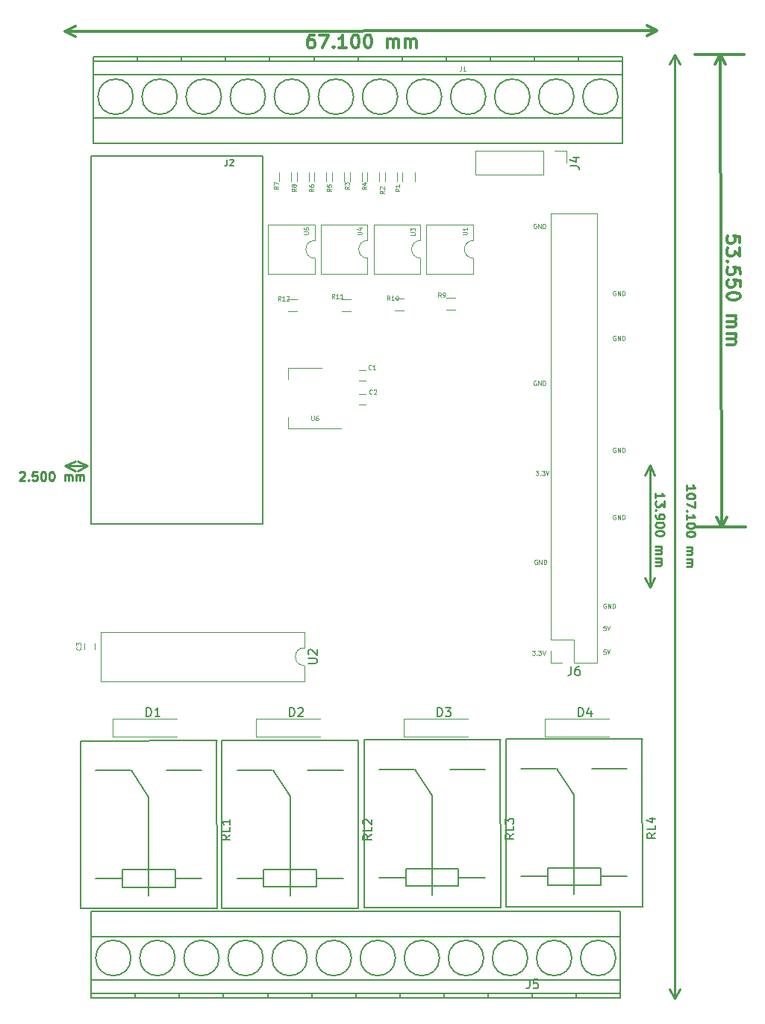
<source format=gbr>
G04 #@! TF.FileFunction,Legend,Top*
%FSLAX46Y46*%
G04 Gerber Fmt 4.6, Leading zero omitted, Abs format (unit mm)*
G04 Created by KiCad (PCBNEW 4.0.6-e0-6349~53~ubuntu16.04.1) date Tue Jul  4 14:55:03 2017*
%MOMM*%
%LPD*%
G01*
G04 APERTURE LIST*
%ADD10C,0.100000*%
%ADD11C,0.300000*%
%ADD12C,0.250000*%
%ADD13C,0.150000*%
%ADD14C,0.120000*%
G04 APERTURE END LIST*
D10*
D11*
X225332325Y-42457255D02*
X225330326Y-41742972D01*
X224615843Y-41673542D01*
X224687471Y-41744771D01*
X224759299Y-41887428D01*
X224760299Y-42244569D01*
X224689270Y-42387626D01*
X224618042Y-42459254D01*
X224475385Y-42531082D01*
X224118244Y-42532081D01*
X223975187Y-42461053D01*
X223903559Y-42389825D01*
X223831731Y-42247168D01*
X223830732Y-41890026D01*
X223901760Y-41746970D01*
X223972988Y-41675342D01*
X225333924Y-43028681D02*
X225336523Y-43957249D01*
X224763697Y-43458850D01*
X224764296Y-43673135D01*
X224693267Y-43816191D01*
X224622040Y-43887820D01*
X224479383Y-43959647D01*
X224122241Y-43960647D01*
X223979185Y-43889619D01*
X223907557Y-43818390D01*
X223835729Y-43675733D01*
X223834530Y-43247163D01*
X223905558Y-43104107D01*
X223976786Y-43032479D01*
X223981184Y-44603901D02*
X223909955Y-44675529D01*
X223838328Y-44604301D01*
X223909555Y-44532672D01*
X223981184Y-44603901D01*
X223838328Y-44604301D01*
X225342320Y-46028670D02*
X225340321Y-45314386D01*
X224625838Y-45244957D01*
X224697465Y-45316185D01*
X224769294Y-45458842D01*
X224770293Y-45815983D01*
X224699264Y-45959040D01*
X224628036Y-46030668D01*
X224485380Y-46102496D01*
X224128238Y-46103495D01*
X223985182Y-46032467D01*
X223913553Y-45961239D01*
X223841726Y-45818582D01*
X223840726Y-45461440D01*
X223911754Y-45318384D01*
X223982983Y-45246756D01*
X225346317Y-47457235D02*
X225344319Y-46742952D01*
X224629835Y-46673522D01*
X224701463Y-46744751D01*
X224773292Y-46887407D01*
X224774291Y-47244549D01*
X224703262Y-47387605D01*
X224632034Y-47459234D01*
X224489378Y-47531061D01*
X224132236Y-47532061D01*
X223989180Y-47461033D01*
X223917551Y-47389804D01*
X223845724Y-47247147D01*
X223844724Y-46890006D01*
X223915752Y-46746950D01*
X223986981Y-46675321D01*
X225349116Y-48457230D02*
X225349516Y-48600086D01*
X225278487Y-48743143D01*
X225207258Y-48814771D01*
X225064601Y-48886600D01*
X224779088Y-48958827D01*
X224421947Y-48959827D01*
X224136034Y-48889198D01*
X223992978Y-48818170D01*
X223921349Y-48746941D01*
X223849522Y-48604284D01*
X223849122Y-48461428D01*
X223920150Y-48318371D01*
X223991379Y-48246743D01*
X224134035Y-48174915D01*
X224419548Y-48102687D01*
X224776690Y-48101688D01*
X225062602Y-48172317D01*
X225205659Y-48243345D01*
X225277287Y-48314573D01*
X225349116Y-48457230D01*
X223855518Y-50747133D02*
X224855514Y-50744334D01*
X224712657Y-50744734D02*
X224784286Y-50815962D01*
X224856114Y-50958619D01*
X224856714Y-51172904D01*
X224785685Y-51315960D01*
X224643028Y-51387788D01*
X223857317Y-51389987D01*
X224643028Y-51387788D02*
X224786085Y-51458817D01*
X224857913Y-51601474D01*
X224858513Y-51815758D01*
X224787484Y-51958815D01*
X224644827Y-52030643D01*
X223859116Y-52032842D01*
X223861115Y-52747125D02*
X224861111Y-52744326D01*
X224718254Y-52744726D02*
X224789883Y-52815954D01*
X224861711Y-52958612D01*
X224862311Y-53172896D01*
X224791282Y-53315952D01*
X224648625Y-53387781D01*
X223862914Y-53389979D01*
X224648625Y-53387781D02*
X224791682Y-53458810D01*
X224863510Y-53601466D01*
X224864110Y-53815750D01*
X224793081Y-53958808D01*
X224650424Y-54030635D01*
X223864713Y-54032834D01*
X223101097Y-21091881D02*
X223251097Y-74691881D01*
X220200000Y-21100000D02*
X225801086Y-21084325D01*
X220350000Y-74700000D02*
X225951086Y-74684325D01*
X223251097Y-74691881D02*
X222661526Y-73567023D01*
X223251097Y-74691881D02*
X223834363Y-73563741D01*
X223101097Y-21091881D02*
X222517831Y-22220021D01*
X223101097Y-21091881D02*
X223690668Y-22216739D01*
D12*
X215747619Y-71428572D02*
X215747619Y-70857143D01*
X215747619Y-71142857D02*
X216747619Y-71142857D01*
X216604762Y-71047619D01*
X216509524Y-70952381D01*
X216461905Y-70857143D01*
X216747619Y-71761905D02*
X216747619Y-72380953D01*
X216366667Y-72047619D01*
X216366667Y-72190477D01*
X216319048Y-72285715D01*
X216271429Y-72333334D01*
X216176190Y-72380953D01*
X215938095Y-72380953D01*
X215842857Y-72333334D01*
X215795238Y-72285715D01*
X215747619Y-72190477D01*
X215747619Y-71904762D01*
X215795238Y-71809524D01*
X215842857Y-71761905D01*
X215842857Y-72809524D02*
X215795238Y-72857143D01*
X215747619Y-72809524D01*
X215795238Y-72761905D01*
X215842857Y-72809524D01*
X215747619Y-72809524D01*
X215747619Y-73333333D02*
X215747619Y-73523809D01*
X215795238Y-73619048D01*
X215842857Y-73666667D01*
X215985714Y-73761905D01*
X216176190Y-73809524D01*
X216557143Y-73809524D01*
X216652381Y-73761905D01*
X216700000Y-73714286D01*
X216747619Y-73619048D01*
X216747619Y-73428571D01*
X216700000Y-73333333D01*
X216652381Y-73285714D01*
X216557143Y-73238095D01*
X216319048Y-73238095D01*
X216223810Y-73285714D01*
X216176190Y-73333333D01*
X216128571Y-73428571D01*
X216128571Y-73619048D01*
X216176190Y-73714286D01*
X216223810Y-73761905D01*
X216319048Y-73809524D01*
X216747619Y-74428571D02*
X216747619Y-74523810D01*
X216700000Y-74619048D01*
X216652381Y-74666667D01*
X216557143Y-74714286D01*
X216366667Y-74761905D01*
X216128571Y-74761905D01*
X215938095Y-74714286D01*
X215842857Y-74666667D01*
X215795238Y-74619048D01*
X215747619Y-74523810D01*
X215747619Y-74428571D01*
X215795238Y-74333333D01*
X215842857Y-74285714D01*
X215938095Y-74238095D01*
X216128571Y-74190476D01*
X216366667Y-74190476D01*
X216557143Y-74238095D01*
X216652381Y-74285714D01*
X216700000Y-74333333D01*
X216747619Y-74428571D01*
X216747619Y-75380952D02*
X216747619Y-75476191D01*
X216700000Y-75571429D01*
X216652381Y-75619048D01*
X216557143Y-75666667D01*
X216366667Y-75714286D01*
X216128571Y-75714286D01*
X215938095Y-75666667D01*
X215842857Y-75619048D01*
X215795238Y-75571429D01*
X215747619Y-75476191D01*
X215747619Y-75380952D01*
X215795238Y-75285714D01*
X215842857Y-75238095D01*
X215938095Y-75190476D01*
X216128571Y-75142857D01*
X216366667Y-75142857D01*
X216557143Y-75190476D01*
X216652381Y-75238095D01*
X216700000Y-75285714D01*
X216747619Y-75380952D01*
X215747619Y-76904762D02*
X216414286Y-76904762D01*
X216319048Y-76904762D02*
X216366667Y-76952381D01*
X216414286Y-77047619D01*
X216414286Y-77190477D01*
X216366667Y-77285715D01*
X216271429Y-77333334D01*
X215747619Y-77333334D01*
X216271429Y-77333334D02*
X216366667Y-77380953D01*
X216414286Y-77476191D01*
X216414286Y-77619048D01*
X216366667Y-77714286D01*
X216271429Y-77761905D01*
X215747619Y-77761905D01*
X215747619Y-78238095D02*
X216414286Y-78238095D01*
X216319048Y-78238095D02*
X216366667Y-78285714D01*
X216414286Y-78380952D01*
X216414286Y-78523810D01*
X216366667Y-78619048D01*
X216271429Y-78666667D01*
X215747619Y-78666667D01*
X216271429Y-78666667D02*
X216366667Y-78714286D01*
X216414286Y-78809524D01*
X216414286Y-78952381D01*
X216366667Y-79047619D01*
X216271429Y-79095238D01*
X215747619Y-79095238D01*
X215100000Y-67700000D02*
X215100000Y-81600000D01*
X215100000Y-67700000D02*
X215100000Y-67700000D01*
X215100000Y-81600000D02*
X215100000Y-81600000D01*
X215100000Y-81600000D02*
X214513579Y-80473496D01*
X215100000Y-81600000D02*
X215686421Y-80473496D01*
X215100000Y-67700000D02*
X214513579Y-68826504D01*
X215100000Y-67700000D02*
X215686421Y-68826504D01*
X143633334Y-68547619D02*
X143680953Y-68500000D01*
X143776191Y-68452381D01*
X144014287Y-68452381D01*
X144109525Y-68500000D01*
X144157144Y-68547619D01*
X144204763Y-68642857D01*
X144204763Y-68738095D01*
X144157144Y-68880952D01*
X143585715Y-69452381D01*
X144204763Y-69452381D01*
X144633334Y-69357143D02*
X144680953Y-69404762D01*
X144633334Y-69452381D01*
X144585715Y-69404762D01*
X144633334Y-69357143D01*
X144633334Y-69452381D01*
X145585715Y-68452381D02*
X145109524Y-68452381D01*
X145061905Y-68928571D01*
X145109524Y-68880952D01*
X145204762Y-68833333D01*
X145442858Y-68833333D01*
X145538096Y-68880952D01*
X145585715Y-68928571D01*
X145633334Y-69023810D01*
X145633334Y-69261905D01*
X145585715Y-69357143D01*
X145538096Y-69404762D01*
X145442858Y-69452381D01*
X145204762Y-69452381D01*
X145109524Y-69404762D01*
X145061905Y-69357143D01*
X146252381Y-68452381D02*
X146347620Y-68452381D01*
X146442858Y-68500000D01*
X146490477Y-68547619D01*
X146538096Y-68642857D01*
X146585715Y-68833333D01*
X146585715Y-69071429D01*
X146538096Y-69261905D01*
X146490477Y-69357143D01*
X146442858Y-69404762D01*
X146347620Y-69452381D01*
X146252381Y-69452381D01*
X146157143Y-69404762D01*
X146109524Y-69357143D01*
X146061905Y-69261905D01*
X146014286Y-69071429D01*
X146014286Y-68833333D01*
X146061905Y-68642857D01*
X146109524Y-68547619D01*
X146157143Y-68500000D01*
X146252381Y-68452381D01*
X147204762Y-68452381D02*
X147300001Y-68452381D01*
X147395239Y-68500000D01*
X147442858Y-68547619D01*
X147490477Y-68642857D01*
X147538096Y-68833333D01*
X147538096Y-69071429D01*
X147490477Y-69261905D01*
X147442858Y-69357143D01*
X147395239Y-69404762D01*
X147300001Y-69452381D01*
X147204762Y-69452381D01*
X147109524Y-69404762D01*
X147061905Y-69357143D01*
X147014286Y-69261905D01*
X146966667Y-69071429D01*
X146966667Y-68833333D01*
X147014286Y-68642857D01*
X147061905Y-68547619D01*
X147109524Y-68500000D01*
X147204762Y-68452381D01*
X148728572Y-69452381D02*
X148728572Y-68785714D01*
X148728572Y-68880952D02*
X148776191Y-68833333D01*
X148871429Y-68785714D01*
X149014287Y-68785714D01*
X149109525Y-68833333D01*
X149157144Y-68928571D01*
X149157144Y-69452381D01*
X149157144Y-68928571D02*
X149204763Y-68833333D01*
X149300001Y-68785714D01*
X149442858Y-68785714D01*
X149538096Y-68833333D01*
X149585715Y-68928571D01*
X149585715Y-69452381D01*
X150061905Y-69452381D02*
X150061905Y-68785714D01*
X150061905Y-68880952D02*
X150109524Y-68833333D01*
X150204762Y-68785714D01*
X150347620Y-68785714D01*
X150442858Y-68833333D01*
X150490477Y-68928571D01*
X150490477Y-69452381D01*
X150490477Y-68928571D02*
X150538096Y-68833333D01*
X150633334Y-68785714D01*
X150776191Y-68785714D01*
X150871429Y-68833333D01*
X150919048Y-68928571D01*
X150919048Y-69452381D01*
X151300000Y-67800000D02*
X148800000Y-67800000D01*
X151300000Y-67800000D02*
X151300000Y-67800000D01*
X148800000Y-67800000D02*
X148800000Y-67800000D01*
X148800000Y-67800000D02*
X149926504Y-67213579D01*
X148800000Y-67800000D02*
X149926504Y-68386421D01*
X151300000Y-67800000D02*
X150173496Y-67213579D01*
X151300000Y-67800000D02*
X150173496Y-68386421D01*
D10*
X202219047Y-40350000D02*
X202171428Y-40326190D01*
X202100000Y-40326190D01*
X202028571Y-40350000D01*
X201980952Y-40397619D01*
X201957143Y-40445238D01*
X201933333Y-40540476D01*
X201933333Y-40611905D01*
X201957143Y-40707143D01*
X201980952Y-40754762D01*
X202028571Y-40802381D01*
X202100000Y-40826190D01*
X202147619Y-40826190D01*
X202219047Y-40802381D01*
X202242857Y-40778571D01*
X202242857Y-40611905D01*
X202147619Y-40611905D01*
X202457143Y-40826190D02*
X202457143Y-40326190D01*
X202742857Y-40826190D01*
X202742857Y-40326190D01*
X202980953Y-40826190D02*
X202980953Y-40326190D01*
X203100000Y-40326190D01*
X203171429Y-40350000D01*
X203219048Y-40397619D01*
X203242857Y-40445238D01*
X203266667Y-40540476D01*
X203266667Y-40611905D01*
X203242857Y-40707143D01*
X203219048Y-40754762D01*
X203171429Y-40802381D01*
X203100000Y-40826190D01*
X202980953Y-40826190D01*
X202219047Y-58150000D02*
X202171428Y-58126190D01*
X202100000Y-58126190D01*
X202028571Y-58150000D01*
X201980952Y-58197619D01*
X201957143Y-58245238D01*
X201933333Y-58340476D01*
X201933333Y-58411905D01*
X201957143Y-58507143D01*
X201980952Y-58554762D01*
X202028571Y-58602381D01*
X202100000Y-58626190D01*
X202147619Y-58626190D01*
X202219047Y-58602381D01*
X202242857Y-58578571D01*
X202242857Y-58411905D01*
X202147619Y-58411905D01*
X202457143Y-58626190D02*
X202457143Y-58126190D01*
X202742857Y-58626190D01*
X202742857Y-58126190D01*
X202980953Y-58626190D02*
X202980953Y-58126190D01*
X203100000Y-58126190D01*
X203171429Y-58150000D01*
X203219048Y-58197619D01*
X203242857Y-58245238D01*
X203266667Y-58340476D01*
X203266667Y-58411905D01*
X203242857Y-58507143D01*
X203219048Y-58554762D01*
X203171429Y-58602381D01*
X203100000Y-58626190D01*
X202980953Y-58626190D01*
X202161906Y-68326190D02*
X202471429Y-68326190D01*
X202304763Y-68516667D01*
X202376191Y-68516667D01*
X202423810Y-68540476D01*
X202447620Y-68564286D01*
X202471429Y-68611905D01*
X202471429Y-68730952D01*
X202447620Y-68778571D01*
X202423810Y-68802381D01*
X202376191Y-68826190D01*
X202233334Y-68826190D01*
X202185715Y-68802381D01*
X202161906Y-68778571D01*
X202685715Y-68778571D02*
X202709524Y-68802381D01*
X202685715Y-68826190D01*
X202661905Y-68802381D01*
X202685715Y-68778571D01*
X202685715Y-68826190D01*
X202876191Y-68326190D02*
X203185714Y-68326190D01*
X203019048Y-68516667D01*
X203090476Y-68516667D01*
X203138095Y-68540476D01*
X203161905Y-68564286D01*
X203185714Y-68611905D01*
X203185714Y-68730952D01*
X203161905Y-68778571D01*
X203138095Y-68802381D01*
X203090476Y-68826190D01*
X202947619Y-68826190D01*
X202900000Y-68802381D01*
X202876191Y-68778571D01*
X203328571Y-68326190D02*
X203495238Y-68826190D01*
X203661904Y-68326190D01*
X202319047Y-78450000D02*
X202271428Y-78426190D01*
X202200000Y-78426190D01*
X202128571Y-78450000D01*
X202080952Y-78497619D01*
X202057143Y-78545238D01*
X202033333Y-78640476D01*
X202033333Y-78711905D01*
X202057143Y-78807143D01*
X202080952Y-78854762D01*
X202128571Y-78902381D01*
X202200000Y-78926190D01*
X202247619Y-78926190D01*
X202319047Y-78902381D01*
X202342857Y-78878571D01*
X202342857Y-78711905D01*
X202247619Y-78711905D01*
X202557143Y-78926190D02*
X202557143Y-78426190D01*
X202842857Y-78926190D01*
X202842857Y-78426190D01*
X203080953Y-78926190D02*
X203080953Y-78426190D01*
X203200000Y-78426190D01*
X203271429Y-78450000D01*
X203319048Y-78497619D01*
X203342857Y-78545238D01*
X203366667Y-78640476D01*
X203366667Y-78711905D01*
X203342857Y-78807143D01*
X203319048Y-78854762D01*
X203271429Y-78902381D01*
X203200000Y-78926190D01*
X203080953Y-78926190D01*
X211219047Y-53050000D02*
X211171428Y-53026190D01*
X211100000Y-53026190D01*
X211028571Y-53050000D01*
X210980952Y-53097619D01*
X210957143Y-53145238D01*
X210933333Y-53240476D01*
X210933333Y-53311905D01*
X210957143Y-53407143D01*
X210980952Y-53454762D01*
X211028571Y-53502381D01*
X211100000Y-53526190D01*
X211147619Y-53526190D01*
X211219047Y-53502381D01*
X211242857Y-53478571D01*
X211242857Y-53311905D01*
X211147619Y-53311905D01*
X211457143Y-53526190D02*
X211457143Y-53026190D01*
X211742857Y-53526190D01*
X211742857Y-53026190D01*
X211980953Y-53526190D02*
X211980953Y-53026190D01*
X212100000Y-53026190D01*
X212171429Y-53050000D01*
X212219048Y-53097619D01*
X212242857Y-53145238D01*
X212266667Y-53240476D01*
X212266667Y-53311905D01*
X212242857Y-53407143D01*
X212219048Y-53454762D01*
X212171429Y-53502381D01*
X212100000Y-53526190D01*
X211980953Y-53526190D01*
X211219047Y-65750000D02*
X211171428Y-65726190D01*
X211100000Y-65726190D01*
X211028571Y-65750000D01*
X210980952Y-65797619D01*
X210957143Y-65845238D01*
X210933333Y-65940476D01*
X210933333Y-66011905D01*
X210957143Y-66107143D01*
X210980952Y-66154762D01*
X211028571Y-66202381D01*
X211100000Y-66226190D01*
X211147619Y-66226190D01*
X211219047Y-66202381D01*
X211242857Y-66178571D01*
X211242857Y-66011905D01*
X211147619Y-66011905D01*
X211457143Y-66226190D02*
X211457143Y-65726190D01*
X211742857Y-66226190D01*
X211742857Y-65726190D01*
X211980953Y-66226190D02*
X211980953Y-65726190D01*
X212100000Y-65726190D01*
X212171429Y-65750000D01*
X212219048Y-65797619D01*
X212242857Y-65845238D01*
X212266667Y-65940476D01*
X212266667Y-66011905D01*
X212242857Y-66107143D01*
X212219048Y-66154762D01*
X212171429Y-66202381D01*
X212100000Y-66226190D01*
X211980953Y-66226190D01*
X211219047Y-47950000D02*
X211171428Y-47926190D01*
X211100000Y-47926190D01*
X211028571Y-47950000D01*
X210980952Y-47997619D01*
X210957143Y-48045238D01*
X210933333Y-48140476D01*
X210933333Y-48211905D01*
X210957143Y-48307143D01*
X210980952Y-48354762D01*
X211028571Y-48402381D01*
X211100000Y-48426190D01*
X211147619Y-48426190D01*
X211219047Y-48402381D01*
X211242857Y-48378571D01*
X211242857Y-48211905D01*
X211147619Y-48211905D01*
X211457143Y-48426190D02*
X211457143Y-47926190D01*
X211742857Y-48426190D01*
X211742857Y-47926190D01*
X211980953Y-48426190D02*
X211980953Y-47926190D01*
X212100000Y-47926190D01*
X212171429Y-47950000D01*
X212219048Y-47997619D01*
X212242857Y-48045238D01*
X212266667Y-48140476D01*
X212266667Y-48211905D01*
X212242857Y-48307143D01*
X212219048Y-48354762D01*
X212171429Y-48402381D01*
X212100000Y-48426190D01*
X211980953Y-48426190D01*
X211219047Y-73350000D02*
X211171428Y-73326190D01*
X211100000Y-73326190D01*
X211028571Y-73350000D01*
X210980952Y-73397619D01*
X210957143Y-73445238D01*
X210933333Y-73540476D01*
X210933333Y-73611905D01*
X210957143Y-73707143D01*
X210980952Y-73754762D01*
X211028571Y-73802381D01*
X211100000Y-73826190D01*
X211147619Y-73826190D01*
X211219047Y-73802381D01*
X211242857Y-73778571D01*
X211242857Y-73611905D01*
X211147619Y-73611905D01*
X211457143Y-73826190D02*
X211457143Y-73326190D01*
X211742857Y-73826190D01*
X211742857Y-73326190D01*
X211980953Y-73826190D02*
X211980953Y-73326190D01*
X212100000Y-73326190D01*
X212171429Y-73350000D01*
X212219048Y-73397619D01*
X212242857Y-73445238D01*
X212266667Y-73540476D01*
X212266667Y-73611905D01*
X212242857Y-73707143D01*
X212219048Y-73754762D01*
X212171429Y-73802381D01*
X212100000Y-73826190D01*
X211980953Y-73826190D01*
X210119047Y-83425000D02*
X210071428Y-83401190D01*
X210000000Y-83401190D01*
X209928571Y-83425000D01*
X209880952Y-83472619D01*
X209857143Y-83520238D01*
X209833333Y-83615476D01*
X209833333Y-83686905D01*
X209857143Y-83782143D01*
X209880952Y-83829762D01*
X209928571Y-83877381D01*
X210000000Y-83901190D01*
X210047619Y-83901190D01*
X210119047Y-83877381D01*
X210142857Y-83853571D01*
X210142857Y-83686905D01*
X210047619Y-83686905D01*
X210357143Y-83901190D02*
X210357143Y-83401190D01*
X210642857Y-83901190D01*
X210642857Y-83401190D01*
X210880953Y-83901190D02*
X210880953Y-83401190D01*
X211000000Y-83401190D01*
X211071429Y-83425000D01*
X211119048Y-83472619D01*
X211142857Y-83520238D01*
X211166667Y-83615476D01*
X211166667Y-83686905D01*
X211142857Y-83782143D01*
X211119048Y-83829762D01*
X211071429Y-83877381D01*
X211000000Y-83901190D01*
X210880953Y-83901190D01*
X210104763Y-85926190D02*
X209866668Y-85926190D01*
X209842858Y-86164286D01*
X209866668Y-86140476D01*
X209914287Y-86116667D01*
X210033334Y-86116667D01*
X210080953Y-86140476D01*
X210104763Y-86164286D01*
X210128572Y-86211905D01*
X210128572Y-86330952D01*
X210104763Y-86378571D01*
X210080953Y-86402381D01*
X210033334Y-86426190D01*
X209914287Y-86426190D01*
X209866668Y-86402381D01*
X209842858Y-86378571D01*
X210271429Y-85926190D02*
X210438096Y-86426190D01*
X210604762Y-85926190D01*
X210104763Y-88626190D02*
X209866668Y-88626190D01*
X209842858Y-88864286D01*
X209866668Y-88840476D01*
X209914287Y-88816667D01*
X210033334Y-88816667D01*
X210080953Y-88840476D01*
X210104763Y-88864286D01*
X210128572Y-88911905D01*
X210128572Y-89030952D01*
X210104763Y-89078571D01*
X210080953Y-89102381D01*
X210033334Y-89126190D01*
X209914287Y-89126190D01*
X209866668Y-89102381D01*
X209842858Y-89078571D01*
X210271429Y-88626190D02*
X210438096Y-89126190D01*
X210604762Y-88626190D01*
X201761906Y-88726190D02*
X202071429Y-88726190D01*
X201904763Y-88916667D01*
X201976191Y-88916667D01*
X202023810Y-88940476D01*
X202047620Y-88964286D01*
X202071429Y-89011905D01*
X202071429Y-89130952D01*
X202047620Y-89178571D01*
X202023810Y-89202381D01*
X201976191Y-89226190D01*
X201833334Y-89226190D01*
X201785715Y-89202381D01*
X201761906Y-89178571D01*
X202285715Y-89178571D02*
X202309524Y-89202381D01*
X202285715Y-89226190D01*
X202261905Y-89202381D01*
X202285715Y-89178571D01*
X202285715Y-89226190D01*
X202476191Y-88726190D02*
X202785714Y-88726190D01*
X202619048Y-88916667D01*
X202690476Y-88916667D01*
X202738095Y-88940476D01*
X202761905Y-88964286D01*
X202785714Y-89011905D01*
X202785714Y-89130952D01*
X202761905Y-89178571D01*
X202738095Y-89202381D01*
X202690476Y-89226190D01*
X202547619Y-89226190D01*
X202500000Y-89202381D01*
X202476191Y-89178571D01*
X202928571Y-88726190D02*
X203095238Y-89226190D01*
X203261904Y-88726190D01*
D11*
X176998783Y-18876769D02*
X176713069Y-18877194D01*
X176570319Y-18948836D01*
X176498996Y-19020372D01*
X176356459Y-19234869D01*
X176285456Y-19520690D01*
X176286307Y-20092118D01*
X176357949Y-20234868D01*
X176429484Y-20306191D01*
X176572448Y-20377406D01*
X176858162Y-20376980D01*
X177000912Y-20305339D01*
X177072234Y-20233804D01*
X177143449Y-20090840D01*
X177142917Y-19733698D01*
X177071276Y-19590947D01*
X176999741Y-19519626D01*
X176856778Y-19448410D01*
X176571064Y-19448836D01*
X176428313Y-19520478D01*
X176356991Y-19592012D01*
X176285775Y-19734975D01*
X177641639Y-18875811D02*
X178641638Y-18874320D01*
X178001017Y-20375277D01*
X179215088Y-20230610D02*
X179286622Y-20301933D01*
X179215301Y-20373467D01*
X179143766Y-20302146D01*
X179215088Y-20230610D01*
X179215301Y-20373467D01*
X180715299Y-20371232D02*
X179858157Y-20372509D01*
X180286729Y-20371870D02*
X180284493Y-18871872D01*
X180141956Y-19086371D01*
X179999311Y-19229440D01*
X179856560Y-19301082D01*
X181641634Y-18869849D02*
X181784491Y-18869636D01*
X181927454Y-18940852D01*
X181998989Y-19012175D01*
X182070631Y-19154925D01*
X182142485Y-19440533D01*
X182143017Y-19797675D01*
X182072015Y-20083495D01*
X182000799Y-20226459D01*
X181929476Y-20297994D01*
X181786726Y-20369635D01*
X181643869Y-20369848D01*
X181500906Y-20298633D01*
X181429371Y-20227310D01*
X181357730Y-20084560D01*
X181285875Y-19798953D01*
X181285343Y-19441810D01*
X181356346Y-19155990D01*
X181427561Y-19013027D01*
X181498883Y-18941491D01*
X181641634Y-18869849D01*
X183070203Y-18867720D02*
X183213060Y-18867507D01*
X183356023Y-18938723D01*
X183427559Y-19010046D01*
X183499201Y-19152796D01*
X183571054Y-19438404D01*
X183571586Y-19795546D01*
X183500584Y-20081366D01*
X183429368Y-20224330D01*
X183358046Y-20295865D01*
X183215295Y-20367506D01*
X183072439Y-20367719D01*
X182929475Y-20296504D01*
X182857940Y-20225181D01*
X182786299Y-20082431D01*
X182714444Y-19796824D01*
X182713912Y-19439681D01*
X182784915Y-19153861D01*
X182856130Y-19010898D01*
X182927453Y-18939362D01*
X183070203Y-18867720D01*
X185358150Y-20364312D02*
X185356660Y-19364313D01*
X185356873Y-19507171D02*
X185428194Y-19435636D01*
X185570946Y-19363994D01*
X185785230Y-19363675D01*
X185928194Y-19434891D01*
X185999835Y-19577641D01*
X186001006Y-20363354D01*
X185999835Y-19577641D02*
X186071051Y-19434678D01*
X186213802Y-19363036D01*
X186428087Y-19362717D01*
X186571051Y-19433933D01*
X186642692Y-19576683D01*
X186643863Y-20362396D01*
X187358148Y-20361332D02*
X187356658Y-19361333D01*
X187356870Y-19504191D02*
X187428192Y-19432655D01*
X187570943Y-19361013D01*
X187785228Y-19360694D01*
X187928191Y-19431910D01*
X187999833Y-19574660D01*
X188001004Y-20360374D01*
X187999833Y-19574660D02*
X188071049Y-19431697D01*
X188213800Y-19360055D01*
X188428084Y-19359736D01*
X188571049Y-19430952D01*
X188642690Y-19573702D01*
X188643860Y-20359415D01*
X215900000Y-18400000D02*
X148800000Y-18500000D01*
X215900000Y-18400000D02*
X215900000Y-18400000D01*
X148800000Y-18500000D02*
X148800000Y-18500000D01*
X148800000Y-18500000D02*
X149925629Y-17911901D01*
X148800000Y-18500000D02*
X149927376Y-19084741D01*
X215900000Y-18400000D02*
X214772624Y-17815259D01*
X215900000Y-18400000D02*
X214774371Y-18988099D01*
D12*
X219247619Y-70552382D02*
X219247619Y-69980953D01*
X219247619Y-70266667D02*
X220247619Y-70266667D01*
X220104762Y-70171429D01*
X220009524Y-70076191D01*
X219961905Y-69980953D01*
X220247619Y-71171429D02*
X220247619Y-71266668D01*
X220200000Y-71361906D01*
X220152381Y-71409525D01*
X220057143Y-71457144D01*
X219866667Y-71504763D01*
X219628571Y-71504763D01*
X219438095Y-71457144D01*
X219342857Y-71409525D01*
X219295238Y-71361906D01*
X219247619Y-71266668D01*
X219247619Y-71171429D01*
X219295238Y-71076191D01*
X219342857Y-71028572D01*
X219438095Y-70980953D01*
X219628571Y-70933334D01*
X219866667Y-70933334D01*
X220057143Y-70980953D01*
X220152381Y-71028572D01*
X220200000Y-71076191D01*
X220247619Y-71171429D01*
X220247619Y-71838096D02*
X220247619Y-72504763D01*
X219247619Y-72076191D01*
X219342857Y-72885715D02*
X219295238Y-72933334D01*
X219247619Y-72885715D01*
X219295238Y-72838096D01*
X219342857Y-72885715D01*
X219247619Y-72885715D01*
X219247619Y-73885715D02*
X219247619Y-73314286D01*
X219247619Y-73600000D02*
X220247619Y-73600000D01*
X220104762Y-73504762D01*
X220009524Y-73409524D01*
X219961905Y-73314286D01*
X220247619Y-74504762D02*
X220247619Y-74600001D01*
X220200000Y-74695239D01*
X220152381Y-74742858D01*
X220057143Y-74790477D01*
X219866667Y-74838096D01*
X219628571Y-74838096D01*
X219438095Y-74790477D01*
X219342857Y-74742858D01*
X219295238Y-74695239D01*
X219247619Y-74600001D01*
X219247619Y-74504762D01*
X219295238Y-74409524D01*
X219342857Y-74361905D01*
X219438095Y-74314286D01*
X219628571Y-74266667D01*
X219866667Y-74266667D01*
X220057143Y-74314286D01*
X220152381Y-74361905D01*
X220200000Y-74409524D01*
X220247619Y-74504762D01*
X220247619Y-75457143D02*
X220247619Y-75552382D01*
X220200000Y-75647620D01*
X220152381Y-75695239D01*
X220057143Y-75742858D01*
X219866667Y-75790477D01*
X219628571Y-75790477D01*
X219438095Y-75742858D01*
X219342857Y-75695239D01*
X219295238Y-75647620D01*
X219247619Y-75552382D01*
X219247619Y-75457143D01*
X219295238Y-75361905D01*
X219342857Y-75314286D01*
X219438095Y-75266667D01*
X219628571Y-75219048D01*
X219866667Y-75219048D01*
X220057143Y-75266667D01*
X220152381Y-75314286D01*
X220200000Y-75361905D01*
X220247619Y-75457143D01*
X219247619Y-76980953D02*
X219914286Y-76980953D01*
X219819048Y-76980953D02*
X219866667Y-77028572D01*
X219914286Y-77123810D01*
X219914286Y-77266668D01*
X219866667Y-77361906D01*
X219771429Y-77409525D01*
X219247619Y-77409525D01*
X219771429Y-77409525D02*
X219866667Y-77457144D01*
X219914286Y-77552382D01*
X219914286Y-77695239D01*
X219866667Y-77790477D01*
X219771429Y-77838096D01*
X219247619Y-77838096D01*
X219247619Y-78314286D02*
X219914286Y-78314286D01*
X219819048Y-78314286D02*
X219866667Y-78361905D01*
X219914286Y-78457143D01*
X219914286Y-78600001D01*
X219866667Y-78695239D01*
X219771429Y-78742858D01*
X219247619Y-78742858D01*
X219771429Y-78742858D02*
X219866667Y-78790477D01*
X219914286Y-78885715D01*
X219914286Y-79028572D01*
X219866667Y-79123810D01*
X219771429Y-79171429D01*
X219247619Y-79171429D01*
X217900000Y-21100000D02*
X217900000Y-128200000D01*
X217900000Y-21100000D02*
X217900000Y-21100000D01*
X217900000Y-128200000D02*
X217900000Y-128200000D01*
X217900000Y-128200000D02*
X217313579Y-127073496D01*
X217900000Y-128200000D02*
X218486421Y-127073496D01*
X217900000Y-21100000D02*
X217313579Y-22226504D01*
X217900000Y-21100000D02*
X218486421Y-22226504D01*
D13*
X171200000Y-32800000D02*
X171200000Y-74400000D01*
X171200000Y-74400000D02*
X151700000Y-74400000D01*
X151700000Y-74400000D02*
X151700000Y-32600000D01*
X151700000Y-32600000D02*
X171200000Y-32600000D01*
X171200000Y-32600000D02*
X171200000Y-32800000D01*
D14*
X150980000Y-88600000D02*
X150980000Y-87900000D01*
X152180000Y-87900000D02*
X152180000Y-88600000D01*
D13*
X156500000Y-25900000D02*
G75*
G03X156500000Y-25900000I-2000000J0D01*
G01*
X157000000Y-21900000D02*
X157000000Y-21400000D01*
X162000000Y-21900000D02*
X162000000Y-21400000D01*
X161500000Y-25900000D02*
G75*
G03X161500000Y-25900000I-2000000J0D01*
G01*
X166500000Y-25900000D02*
G75*
G03X166500000Y-25900000I-2000000J0D01*
G01*
X167000000Y-21900000D02*
X167000000Y-21400000D01*
X172000000Y-21900000D02*
X172000000Y-21400000D01*
X171500000Y-25900000D02*
G75*
G03X171500000Y-25900000I-2000000J0D01*
G01*
X176500000Y-25900000D02*
G75*
G03X176500000Y-25900000I-2000000J0D01*
G01*
X177000000Y-21900000D02*
X177000000Y-21400000D01*
X182000000Y-21900000D02*
X182000000Y-21400000D01*
X181500000Y-25900000D02*
G75*
G03X181500000Y-25900000I-2000000J0D01*
G01*
X186500000Y-25900000D02*
G75*
G03X186500000Y-25900000I-2000000J0D01*
G01*
X187000000Y-21900000D02*
X187000000Y-21400000D01*
X192000000Y-21900000D02*
X192000000Y-21400000D01*
X191500000Y-25900000D02*
G75*
G03X191500000Y-25900000I-2000000J0D01*
G01*
X197000000Y-21900000D02*
X197000000Y-21400000D01*
X196500000Y-25900000D02*
G75*
G03X196500000Y-25900000I-2000000J0D01*
G01*
X201500000Y-25900000D02*
G75*
G03X201500000Y-25900000I-2000000J0D01*
G01*
X202000000Y-21900000D02*
X202000000Y-21400000D01*
X207000000Y-21900000D02*
X207000000Y-21400000D01*
X206500000Y-25900000D02*
G75*
G03X206500000Y-25900000I-2000000J0D01*
G01*
X211500000Y-25900000D02*
G75*
G03X211500000Y-25900000I-2000000J0D01*
G01*
X212000000Y-23400000D02*
X152000000Y-23400000D01*
X212000000Y-28300000D02*
X152000000Y-28300000D01*
X212000000Y-21900000D02*
X152000000Y-21900000D01*
X212000000Y-21400000D02*
X152000000Y-21400000D01*
X152000000Y-21400000D02*
X152000000Y-31200000D01*
X152000000Y-31200000D02*
X212000000Y-31200000D01*
X212000000Y-31200000D02*
X212000000Y-21400000D01*
D14*
X203030000Y-32070000D02*
X195350000Y-32070000D01*
X195350000Y-32070000D02*
X195350000Y-34730000D01*
X195350000Y-34730000D02*
X203030000Y-34730000D01*
X203030000Y-34730000D02*
X203030000Y-32070000D01*
X204300000Y-32070000D02*
X205630000Y-32070000D01*
X205630000Y-32070000D02*
X205630000Y-33400000D01*
D13*
X211250000Y-123600000D02*
G75*
G03X211250000Y-123600000I-2000000J0D01*
G01*
X206750000Y-127600000D02*
X206750000Y-128100000D01*
X201750000Y-127600000D02*
X201750000Y-128100000D01*
X206250000Y-123600000D02*
G75*
G03X206250000Y-123600000I-2000000J0D01*
G01*
X201250000Y-123600000D02*
G75*
G03X201250000Y-123600000I-2000000J0D01*
G01*
X196750000Y-127600000D02*
X196750000Y-128100000D01*
X191750000Y-127600000D02*
X191750000Y-128100000D01*
X196250000Y-123600000D02*
G75*
G03X196250000Y-123600000I-2000000J0D01*
G01*
X191250000Y-123600000D02*
G75*
G03X191250000Y-123600000I-2000000J0D01*
G01*
X186750000Y-127600000D02*
X186750000Y-128100000D01*
X181750000Y-127600000D02*
X181750000Y-128100000D01*
X186250000Y-123600000D02*
G75*
G03X186250000Y-123600000I-2000000J0D01*
G01*
X181250000Y-123600000D02*
G75*
G03X181250000Y-123600000I-2000000J0D01*
G01*
X176750000Y-127600000D02*
X176750000Y-128100000D01*
X171750000Y-127600000D02*
X171750000Y-128100000D01*
X176250000Y-123600000D02*
G75*
G03X176250000Y-123600000I-2000000J0D01*
G01*
X166750000Y-127600000D02*
X166750000Y-128100000D01*
X171250000Y-123600000D02*
G75*
G03X171250000Y-123600000I-2000000J0D01*
G01*
X166250000Y-123600000D02*
G75*
G03X166250000Y-123600000I-2000000J0D01*
G01*
X161750000Y-127600000D02*
X161750000Y-128100000D01*
X156750000Y-127600000D02*
X156750000Y-128100000D01*
X161250000Y-123600000D02*
G75*
G03X161250000Y-123600000I-2000000J0D01*
G01*
X156250000Y-123600000D02*
G75*
G03X156250000Y-123600000I-2000000J0D01*
G01*
X151750000Y-126100000D02*
X211750000Y-126100000D01*
X151750000Y-121200000D02*
X211750000Y-121200000D01*
X151750000Y-127600000D02*
X211750000Y-127600000D01*
X151750000Y-128100000D02*
X211750000Y-128100000D01*
X211750000Y-128100000D02*
X211750000Y-118300000D01*
X211750000Y-118300000D02*
X151750000Y-118300000D01*
X151750000Y-118300000D02*
X151750000Y-128100000D01*
D14*
X203920000Y-87480000D02*
X203920000Y-39160000D01*
X203920000Y-39160000D02*
X209120000Y-39160000D01*
X209120000Y-39160000D02*
X209120000Y-90080000D01*
X209120000Y-90080000D02*
X206520000Y-90080000D01*
X206520000Y-90080000D02*
X206520000Y-87480000D01*
X206520000Y-87480000D02*
X203920000Y-87480000D01*
X203920000Y-88750000D02*
X203920000Y-90080000D01*
X203920000Y-90080000D02*
X205190000Y-90080000D01*
X188430000Y-34500000D02*
X188430000Y-35500000D01*
X187070000Y-35500000D02*
X187070000Y-34500000D01*
X186430000Y-34500000D02*
X186430000Y-35500000D01*
X185070000Y-35500000D02*
X185070000Y-34500000D01*
X182430000Y-34500000D02*
X182430000Y-35500000D01*
X181070000Y-35500000D02*
X181070000Y-34500000D01*
X184430000Y-34500000D02*
X184430000Y-35500000D01*
X183070000Y-35500000D02*
X183070000Y-34500000D01*
X180430000Y-34500000D02*
X180430000Y-35500000D01*
X179070000Y-35500000D02*
X179070000Y-34500000D01*
X178430000Y-34500000D02*
X178430000Y-35500000D01*
X177070000Y-35500000D02*
X177070000Y-34500000D01*
X174430000Y-34500000D02*
X174430000Y-35500000D01*
X173070000Y-35500000D02*
X173070000Y-34500000D01*
X176430000Y-34500000D02*
X176430000Y-35500000D01*
X175070000Y-35500000D02*
X175070000Y-34500000D01*
X193000000Y-50080000D02*
X192000000Y-50080000D01*
X192000000Y-48720000D02*
X193000000Y-48720000D01*
X187200000Y-50180000D02*
X186200000Y-50180000D01*
X186200000Y-48820000D02*
X187200000Y-48820000D01*
X181150000Y-50230000D02*
X180150000Y-50230000D01*
X180150000Y-48870000D02*
X181150000Y-48870000D01*
X175050000Y-50230000D02*
X174050000Y-50230000D01*
X174050000Y-48870000D02*
X175050000Y-48870000D01*
X175900000Y-88420000D02*
X175900000Y-86650000D01*
X175900000Y-86650000D02*
X152800000Y-86650000D01*
X152800000Y-86650000D02*
X152800000Y-92190000D01*
X152800000Y-92190000D02*
X175900000Y-92190000D01*
X175900000Y-92190000D02*
X175900000Y-90420000D01*
X175900000Y-90420000D02*
G75*
G02X175900000Y-88420000I0J1000000D01*
G01*
X189090000Y-42210000D02*
X189090000Y-40440000D01*
X189090000Y-40440000D02*
X183770000Y-40440000D01*
X183770000Y-40440000D02*
X183770000Y-45980000D01*
X183770000Y-45980000D02*
X189090000Y-45980000D01*
X189090000Y-45980000D02*
X189090000Y-44210000D01*
X189090000Y-44210000D02*
G75*
G02X189090000Y-42210000I0J1000000D01*
G01*
X183090000Y-42210000D02*
X183090000Y-40440000D01*
X183090000Y-40440000D02*
X177770000Y-40440000D01*
X177770000Y-40440000D02*
X177770000Y-45980000D01*
X177770000Y-45980000D02*
X183090000Y-45980000D01*
X183090000Y-45980000D02*
X183090000Y-44210000D01*
X183090000Y-44210000D02*
G75*
G02X183090000Y-42210000I0J1000000D01*
G01*
X177090000Y-42210000D02*
X177090000Y-40440000D01*
X177090000Y-40440000D02*
X171770000Y-40440000D01*
X171770000Y-40440000D02*
X171770000Y-45980000D01*
X171770000Y-45980000D02*
X177090000Y-45980000D01*
X177090000Y-45980000D02*
X177090000Y-44210000D01*
X177090000Y-44210000D02*
G75*
G02X177090000Y-42210000I0J1000000D01*
G01*
X195090000Y-42210000D02*
X195090000Y-40440000D01*
X195090000Y-40440000D02*
X189770000Y-40440000D01*
X189770000Y-40440000D02*
X189770000Y-45980000D01*
X189770000Y-45980000D02*
X195090000Y-45980000D01*
X195090000Y-45980000D02*
X195090000Y-44210000D01*
X195090000Y-44210000D02*
G75*
G02X195090000Y-42210000I0J1000000D01*
G01*
X182150000Y-56900000D02*
X182850000Y-56900000D01*
X182850000Y-58100000D02*
X182150000Y-58100000D01*
X182150000Y-59650000D02*
X182850000Y-59650000D01*
X182850000Y-60850000D02*
X182150000Y-60850000D01*
X161500000Y-96500000D02*
X154200000Y-96500000D01*
X154200000Y-96500000D02*
X154200000Y-98500000D01*
X154200000Y-98500000D02*
X161500000Y-98500000D01*
X177750000Y-96500000D02*
X170450000Y-96500000D01*
X170450000Y-96500000D02*
X170450000Y-98500000D01*
X170450000Y-98500000D02*
X177750000Y-98500000D01*
X194500000Y-96500000D02*
X187200000Y-96500000D01*
X187200000Y-96500000D02*
X187200000Y-98500000D01*
X187200000Y-98500000D02*
X194500000Y-98500000D01*
X210500000Y-96500000D02*
X203200000Y-96500000D01*
X203200000Y-96500000D02*
X203200000Y-98500000D01*
X203200000Y-98500000D02*
X210500000Y-98500000D01*
X174090000Y-56690000D02*
X174090000Y-57950000D01*
X174090000Y-63510000D02*
X174090000Y-62250000D01*
X177850000Y-56690000D02*
X174090000Y-56690000D01*
X180100000Y-63510000D02*
X174090000Y-63510000D01*
D13*
X158270000Y-105330000D02*
X156310000Y-102340000D01*
X152250000Y-102320000D02*
X156250000Y-102320000D01*
X164250000Y-102320000D02*
X160250000Y-102320000D01*
X158250000Y-116570000D02*
X158250000Y-105320000D01*
X164250000Y-114570000D02*
X161250000Y-114570000D01*
X161250000Y-114570000D02*
X161250000Y-113570000D01*
X161250000Y-113570000D02*
X155250000Y-113570000D01*
X155250000Y-113570000D02*
X155250000Y-115570000D01*
X155250000Y-115570000D02*
X161250000Y-115570000D01*
X161250000Y-115570000D02*
X161250000Y-114570000D01*
X152250000Y-114570000D02*
X155000000Y-114570000D01*
X155000000Y-114570000D02*
X155250000Y-114570000D01*
X165950000Y-98970000D02*
X166000000Y-117920000D01*
X166000000Y-117920000D02*
X166000000Y-117970000D01*
X166000000Y-117970000D02*
X150500000Y-117970000D01*
X150500000Y-117970000D02*
X150500000Y-98970000D01*
X150500000Y-98970000D02*
X166000000Y-98920000D01*
X174330000Y-105310000D02*
X172370000Y-102320000D01*
X168310000Y-102300000D02*
X172310000Y-102300000D01*
X180310000Y-102300000D02*
X176310000Y-102300000D01*
X174310000Y-116550000D02*
X174310000Y-105300000D01*
X180310000Y-114550000D02*
X177310000Y-114550000D01*
X177310000Y-114550000D02*
X177310000Y-113550000D01*
X177310000Y-113550000D02*
X171310000Y-113550000D01*
X171310000Y-113550000D02*
X171310000Y-115550000D01*
X171310000Y-115550000D02*
X177310000Y-115550000D01*
X177310000Y-115550000D02*
X177310000Y-114550000D01*
X168310000Y-114550000D02*
X171060000Y-114550000D01*
X171060000Y-114550000D02*
X171310000Y-114550000D01*
X182010000Y-98950000D02*
X182060000Y-117900000D01*
X182060000Y-117900000D02*
X182060000Y-117950000D01*
X182060000Y-117950000D02*
X166560000Y-117950000D01*
X166560000Y-117950000D02*
X166560000Y-98950000D01*
X166560000Y-98950000D02*
X182060000Y-98900000D01*
X190440000Y-105220000D02*
X188480000Y-102230000D01*
X184420000Y-102210000D02*
X188420000Y-102210000D01*
X196420000Y-102210000D02*
X192420000Y-102210000D01*
X190420000Y-116460000D02*
X190420000Y-105210000D01*
X196420000Y-114460000D02*
X193420000Y-114460000D01*
X193420000Y-114460000D02*
X193420000Y-113460000D01*
X193420000Y-113460000D02*
X187420000Y-113460000D01*
X187420000Y-113460000D02*
X187420000Y-115460000D01*
X187420000Y-115460000D02*
X193420000Y-115460000D01*
X193420000Y-115460000D02*
X193420000Y-114460000D01*
X184420000Y-114460000D02*
X187170000Y-114460000D01*
X187170000Y-114460000D02*
X187420000Y-114460000D01*
X198120000Y-98860000D02*
X198170000Y-117810000D01*
X198170000Y-117810000D02*
X198170000Y-117860000D01*
X198170000Y-117860000D02*
X182670000Y-117860000D01*
X182670000Y-117860000D02*
X182670000Y-98860000D01*
X182670000Y-98860000D02*
X198170000Y-98810000D01*
X206530000Y-105130000D02*
X204570000Y-102140000D01*
X200510000Y-102120000D02*
X204510000Y-102120000D01*
X212510000Y-102120000D02*
X208510000Y-102120000D01*
X206510000Y-116370000D02*
X206510000Y-105120000D01*
X212510000Y-114370000D02*
X209510000Y-114370000D01*
X209510000Y-114370000D02*
X209510000Y-113370000D01*
X209510000Y-113370000D02*
X203510000Y-113370000D01*
X203510000Y-113370000D02*
X203510000Y-115370000D01*
X203510000Y-115370000D02*
X209510000Y-115370000D01*
X209510000Y-115370000D02*
X209510000Y-114370000D01*
X200510000Y-114370000D02*
X203260000Y-114370000D01*
X203260000Y-114370000D02*
X203510000Y-114370000D01*
X214210000Y-98770000D02*
X214260000Y-117720000D01*
X214260000Y-117720000D02*
X214260000Y-117770000D01*
X214260000Y-117770000D02*
X198760000Y-117770000D01*
X198760000Y-117770000D02*
X198760000Y-98770000D01*
X198760000Y-98770000D02*
X214260000Y-98720000D01*
X167166667Y-33016667D02*
X167166667Y-33516667D01*
X167133333Y-33616667D01*
X167066667Y-33683333D01*
X166966667Y-33716667D01*
X166900000Y-33716667D01*
X167466666Y-33083333D02*
X167500000Y-33050000D01*
X167566666Y-33016667D01*
X167733333Y-33016667D01*
X167800000Y-33050000D01*
X167833333Y-33083333D01*
X167866666Y-33150000D01*
X167866666Y-33216667D01*
X167833333Y-33316667D01*
X167433333Y-33716667D01*
X167866666Y-33716667D01*
D10*
X150508571Y-88333333D02*
X150532381Y-88357143D01*
X150556190Y-88428571D01*
X150556190Y-88476190D01*
X150532381Y-88547619D01*
X150484762Y-88595238D01*
X150437143Y-88619047D01*
X150341905Y-88642857D01*
X150270476Y-88642857D01*
X150175238Y-88619047D01*
X150127619Y-88595238D01*
X150080000Y-88547619D01*
X150056190Y-88476190D01*
X150056190Y-88428571D01*
X150080000Y-88357143D01*
X150103810Y-88333333D01*
X150056190Y-88166666D02*
X150056190Y-87857143D01*
X150246667Y-88023809D01*
X150246667Y-87952381D01*
X150270476Y-87904762D01*
X150294286Y-87880952D01*
X150341905Y-87857143D01*
X150460952Y-87857143D01*
X150508571Y-87880952D01*
X150532381Y-87904762D01*
X150556190Y-87952381D01*
X150556190Y-88095238D01*
X150532381Y-88142857D01*
X150508571Y-88166666D01*
X193733334Y-22476190D02*
X193733334Y-22833333D01*
X193709524Y-22904762D01*
X193661905Y-22952381D01*
X193590477Y-22976190D01*
X193542858Y-22976190D01*
X194233333Y-22976190D02*
X193947619Y-22976190D01*
X194090476Y-22976190D02*
X194090476Y-22476190D01*
X194042857Y-22547619D01*
X193995238Y-22595238D01*
X193947619Y-22619048D01*
D13*
X206082381Y-33733333D02*
X206796667Y-33733333D01*
X206939524Y-33780953D01*
X207034762Y-33876191D01*
X207082381Y-34019048D01*
X207082381Y-34114286D01*
X206415714Y-32828571D02*
X207082381Y-32828571D01*
X206034762Y-33066667D02*
X206749048Y-33304762D01*
X206749048Y-32685714D01*
X201466667Y-126052381D02*
X201466667Y-126766667D01*
X201419047Y-126909524D01*
X201323809Y-127004762D01*
X201180952Y-127052381D01*
X201085714Y-127052381D01*
X202419048Y-126052381D02*
X201942857Y-126052381D01*
X201895238Y-126528571D01*
X201942857Y-126480952D01*
X202038095Y-126433333D01*
X202276191Y-126433333D01*
X202371429Y-126480952D01*
X202419048Y-126528571D01*
X202466667Y-126623810D01*
X202466667Y-126861905D01*
X202419048Y-126957143D01*
X202371429Y-127004762D01*
X202276191Y-127052381D01*
X202038095Y-127052381D01*
X201942857Y-127004762D01*
X201895238Y-126957143D01*
X206186667Y-90532381D02*
X206186667Y-91246667D01*
X206139047Y-91389524D01*
X206043809Y-91484762D01*
X205900952Y-91532381D01*
X205805714Y-91532381D01*
X207091429Y-90532381D02*
X206900952Y-90532381D01*
X206805714Y-90580000D01*
X206758095Y-90627619D01*
X206662857Y-90770476D01*
X206615238Y-90960952D01*
X206615238Y-91341905D01*
X206662857Y-91437143D01*
X206710476Y-91484762D01*
X206805714Y-91532381D01*
X206996191Y-91532381D01*
X207091429Y-91484762D01*
X207139048Y-91437143D01*
X207186667Y-91341905D01*
X207186667Y-91103810D01*
X207139048Y-91008571D01*
X207091429Y-90960952D01*
X206996191Y-90913333D01*
X206805714Y-90913333D01*
X206710476Y-90960952D01*
X206662857Y-91008571D01*
X206615238Y-91103810D01*
D10*
X186726190Y-36333333D02*
X186488095Y-36500000D01*
X186726190Y-36619047D02*
X186226190Y-36619047D01*
X186226190Y-36428571D01*
X186250000Y-36380952D01*
X186273810Y-36357143D01*
X186321429Y-36333333D01*
X186392857Y-36333333D01*
X186440476Y-36357143D01*
X186464286Y-36380952D01*
X186488095Y-36428571D01*
X186488095Y-36619047D01*
X186726190Y-35857143D02*
X186726190Y-36142857D01*
X186726190Y-36000000D02*
X186226190Y-36000000D01*
X186297619Y-36047619D01*
X186345238Y-36095238D01*
X186369048Y-36142857D01*
X184976190Y-36583333D02*
X184738095Y-36750000D01*
X184976190Y-36869047D02*
X184476190Y-36869047D01*
X184476190Y-36678571D01*
X184500000Y-36630952D01*
X184523810Y-36607143D01*
X184571429Y-36583333D01*
X184642857Y-36583333D01*
X184690476Y-36607143D01*
X184714286Y-36630952D01*
X184738095Y-36678571D01*
X184738095Y-36869047D01*
X184523810Y-36392857D02*
X184500000Y-36369047D01*
X184476190Y-36321428D01*
X184476190Y-36202381D01*
X184500000Y-36154762D01*
X184523810Y-36130952D01*
X184571429Y-36107143D01*
X184619048Y-36107143D01*
X184690476Y-36130952D01*
X184976190Y-36416666D01*
X184976190Y-36107143D01*
X180976190Y-36083333D02*
X180738095Y-36250000D01*
X180976190Y-36369047D02*
X180476190Y-36369047D01*
X180476190Y-36178571D01*
X180500000Y-36130952D01*
X180523810Y-36107143D01*
X180571429Y-36083333D01*
X180642857Y-36083333D01*
X180690476Y-36107143D01*
X180714286Y-36130952D01*
X180738095Y-36178571D01*
X180738095Y-36369047D01*
X180476190Y-35916666D02*
X180476190Y-35607143D01*
X180666667Y-35773809D01*
X180666667Y-35702381D01*
X180690476Y-35654762D01*
X180714286Y-35630952D01*
X180761905Y-35607143D01*
X180880952Y-35607143D01*
X180928571Y-35630952D01*
X180952381Y-35654762D01*
X180976190Y-35702381D01*
X180976190Y-35845238D01*
X180952381Y-35892857D01*
X180928571Y-35916666D01*
X182976190Y-36083333D02*
X182738095Y-36250000D01*
X182976190Y-36369047D02*
X182476190Y-36369047D01*
X182476190Y-36178571D01*
X182500000Y-36130952D01*
X182523810Y-36107143D01*
X182571429Y-36083333D01*
X182642857Y-36083333D01*
X182690476Y-36107143D01*
X182714286Y-36130952D01*
X182738095Y-36178571D01*
X182738095Y-36369047D01*
X182642857Y-35654762D02*
X182976190Y-35654762D01*
X182452381Y-35773809D02*
X182809524Y-35892857D01*
X182809524Y-35583333D01*
X178976190Y-36333333D02*
X178738095Y-36500000D01*
X178976190Y-36619047D02*
X178476190Y-36619047D01*
X178476190Y-36428571D01*
X178500000Y-36380952D01*
X178523810Y-36357143D01*
X178571429Y-36333333D01*
X178642857Y-36333333D01*
X178690476Y-36357143D01*
X178714286Y-36380952D01*
X178738095Y-36428571D01*
X178738095Y-36619047D01*
X178476190Y-35880952D02*
X178476190Y-36119047D01*
X178714286Y-36142857D01*
X178690476Y-36119047D01*
X178666667Y-36071428D01*
X178666667Y-35952381D01*
X178690476Y-35904762D01*
X178714286Y-35880952D01*
X178761905Y-35857143D01*
X178880952Y-35857143D01*
X178928571Y-35880952D01*
X178952381Y-35904762D01*
X178976190Y-35952381D01*
X178976190Y-36071428D01*
X178952381Y-36119047D01*
X178928571Y-36142857D01*
X176976190Y-36333333D02*
X176738095Y-36500000D01*
X176976190Y-36619047D02*
X176476190Y-36619047D01*
X176476190Y-36428571D01*
X176500000Y-36380952D01*
X176523810Y-36357143D01*
X176571429Y-36333333D01*
X176642857Y-36333333D01*
X176690476Y-36357143D01*
X176714286Y-36380952D01*
X176738095Y-36428571D01*
X176738095Y-36619047D01*
X176476190Y-35904762D02*
X176476190Y-36000000D01*
X176500000Y-36047619D01*
X176523810Y-36071428D01*
X176595238Y-36119047D01*
X176690476Y-36142857D01*
X176880952Y-36142857D01*
X176928571Y-36119047D01*
X176952381Y-36095238D01*
X176976190Y-36047619D01*
X176976190Y-35952381D01*
X176952381Y-35904762D01*
X176928571Y-35880952D01*
X176880952Y-35857143D01*
X176761905Y-35857143D01*
X176714286Y-35880952D01*
X176690476Y-35904762D01*
X176666667Y-35952381D01*
X176666667Y-36047619D01*
X176690476Y-36095238D01*
X176714286Y-36119047D01*
X176761905Y-36142857D01*
X172976190Y-36083333D02*
X172738095Y-36250000D01*
X172976190Y-36369047D02*
X172476190Y-36369047D01*
X172476190Y-36178571D01*
X172500000Y-36130952D01*
X172523810Y-36107143D01*
X172571429Y-36083333D01*
X172642857Y-36083333D01*
X172690476Y-36107143D01*
X172714286Y-36130952D01*
X172738095Y-36178571D01*
X172738095Y-36369047D01*
X172476190Y-35916666D02*
X172476190Y-35583333D01*
X172976190Y-35797619D01*
X174976190Y-36333333D02*
X174738095Y-36500000D01*
X174976190Y-36619047D02*
X174476190Y-36619047D01*
X174476190Y-36428571D01*
X174500000Y-36380952D01*
X174523810Y-36357143D01*
X174571429Y-36333333D01*
X174642857Y-36333333D01*
X174690476Y-36357143D01*
X174714286Y-36380952D01*
X174738095Y-36428571D01*
X174738095Y-36619047D01*
X174690476Y-36047619D02*
X174666667Y-36095238D01*
X174642857Y-36119047D01*
X174595238Y-36142857D01*
X174571429Y-36142857D01*
X174523810Y-36119047D01*
X174500000Y-36095238D01*
X174476190Y-36047619D01*
X174476190Y-35952381D01*
X174500000Y-35904762D01*
X174523810Y-35880952D01*
X174571429Y-35857143D01*
X174595238Y-35857143D01*
X174642857Y-35880952D01*
X174666667Y-35904762D01*
X174690476Y-35952381D01*
X174690476Y-36047619D01*
X174714286Y-36095238D01*
X174738095Y-36119047D01*
X174785714Y-36142857D01*
X174880952Y-36142857D01*
X174928571Y-36119047D01*
X174952381Y-36095238D01*
X174976190Y-36047619D01*
X174976190Y-35952381D01*
X174952381Y-35904762D01*
X174928571Y-35880952D01*
X174880952Y-35857143D01*
X174785714Y-35857143D01*
X174738095Y-35880952D01*
X174714286Y-35904762D01*
X174690476Y-35952381D01*
X191416667Y-48626190D02*
X191250000Y-48388095D01*
X191130953Y-48626190D02*
X191130953Y-48126190D01*
X191321429Y-48126190D01*
X191369048Y-48150000D01*
X191392857Y-48173810D01*
X191416667Y-48221429D01*
X191416667Y-48292857D01*
X191392857Y-48340476D01*
X191369048Y-48364286D01*
X191321429Y-48388095D01*
X191130953Y-48388095D01*
X191654762Y-48626190D02*
X191750000Y-48626190D01*
X191797619Y-48602381D01*
X191821429Y-48578571D01*
X191869048Y-48507143D01*
X191892857Y-48411905D01*
X191892857Y-48221429D01*
X191869048Y-48173810D01*
X191845238Y-48150000D01*
X191797619Y-48126190D01*
X191702381Y-48126190D01*
X191654762Y-48150000D01*
X191630953Y-48173810D01*
X191607143Y-48221429D01*
X191607143Y-48340476D01*
X191630953Y-48388095D01*
X191654762Y-48411905D01*
X191702381Y-48435714D01*
X191797619Y-48435714D01*
X191845238Y-48411905D01*
X191869048Y-48388095D01*
X191892857Y-48340476D01*
X185628572Y-48976190D02*
X185461905Y-48738095D01*
X185342858Y-48976190D02*
X185342858Y-48476190D01*
X185533334Y-48476190D01*
X185580953Y-48500000D01*
X185604762Y-48523810D01*
X185628572Y-48571429D01*
X185628572Y-48642857D01*
X185604762Y-48690476D01*
X185580953Y-48714286D01*
X185533334Y-48738095D01*
X185342858Y-48738095D01*
X186104762Y-48976190D02*
X185819048Y-48976190D01*
X185961905Y-48976190D02*
X185961905Y-48476190D01*
X185914286Y-48547619D01*
X185866667Y-48595238D01*
X185819048Y-48619048D01*
X186414286Y-48476190D02*
X186461905Y-48476190D01*
X186509524Y-48500000D01*
X186533333Y-48523810D01*
X186557143Y-48571429D01*
X186580952Y-48666667D01*
X186580952Y-48785714D01*
X186557143Y-48880952D01*
X186533333Y-48928571D01*
X186509524Y-48952381D01*
X186461905Y-48976190D01*
X186414286Y-48976190D01*
X186366667Y-48952381D01*
X186342857Y-48928571D01*
X186319048Y-48880952D01*
X186295238Y-48785714D01*
X186295238Y-48666667D01*
X186319048Y-48571429D01*
X186342857Y-48523810D01*
X186366667Y-48500000D01*
X186414286Y-48476190D01*
X179328572Y-48776190D02*
X179161905Y-48538095D01*
X179042858Y-48776190D02*
X179042858Y-48276190D01*
X179233334Y-48276190D01*
X179280953Y-48300000D01*
X179304762Y-48323810D01*
X179328572Y-48371429D01*
X179328572Y-48442857D01*
X179304762Y-48490476D01*
X179280953Y-48514286D01*
X179233334Y-48538095D01*
X179042858Y-48538095D01*
X179804762Y-48776190D02*
X179519048Y-48776190D01*
X179661905Y-48776190D02*
X179661905Y-48276190D01*
X179614286Y-48347619D01*
X179566667Y-48395238D01*
X179519048Y-48419048D01*
X180280952Y-48776190D02*
X179995238Y-48776190D01*
X180138095Y-48776190D02*
X180138095Y-48276190D01*
X180090476Y-48347619D01*
X180042857Y-48395238D01*
X179995238Y-48419048D01*
X173228572Y-49026190D02*
X173061905Y-48788095D01*
X172942858Y-49026190D02*
X172942858Y-48526190D01*
X173133334Y-48526190D01*
X173180953Y-48550000D01*
X173204762Y-48573810D01*
X173228572Y-48621429D01*
X173228572Y-48692857D01*
X173204762Y-48740476D01*
X173180953Y-48764286D01*
X173133334Y-48788095D01*
X172942858Y-48788095D01*
X173704762Y-49026190D02*
X173419048Y-49026190D01*
X173561905Y-49026190D02*
X173561905Y-48526190D01*
X173514286Y-48597619D01*
X173466667Y-48645238D01*
X173419048Y-48669048D01*
X173895238Y-48573810D02*
X173919048Y-48550000D01*
X173966667Y-48526190D01*
X174085714Y-48526190D01*
X174133333Y-48550000D01*
X174157143Y-48573810D01*
X174180952Y-48621429D01*
X174180952Y-48669048D01*
X174157143Y-48740476D01*
X173871429Y-49026190D01*
X174180952Y-49026190D01*
D13*
X176352381Y-90181905D02*
X177161905Y-90181905D01*
X177257143Y-90134286D01*
X177304762Y-90086667D01*
X177352381Y-89991429D01*
X177352381Y-89800952D01*
X177304762Y-89705714D01*
X177257143Y-89658095D01*
X177161905Y-89610476D01*
X176352381Y-89610476D01*
X176447619Y-89181905D02*
X176400000Y-89134286D01*
X176352381Y-89039048D01*
X176352381Y-88800952D01*
X176400000Y-88705714D01*
X176447619Y-88658095D01*
X176542857Y-88610476D01*
X176638095Y-88610476D01*
X176780952Y-88658095D01*
X177352381Y-89229524D01*
X177352381Y-88610476D01*
D10*
X187976190Y-41580952D02*
X188380952Y-41580952D01*
X188428571Y-41557143D01*
X188452381Y-41533333D01*
X188476190Y-41485714D01*
X188476190Y-41390476D01*
X188452381Y-41342857D01*
X188428571Y-41319048D01*
X188380952Y-41295238D01*
X187976190Y-41295238D01*
X187976190Y-41104761D02*
X187976190Y-40795238D01*
X188166667Y-40961904D01*
X188166667Y-40890476D01*
X188190476Y-40842857D01*
X188214286Y-40819047D01*
X188261905Y-40795238D01*
X188380952Y-40795238D01*
X188428571Y-40819047D01*
X188452381Y-40842857D01*
X188476190Y-40890476D01*
X188476190Y-41033333D01*
X188452381Y-41080952D01*
X188428571Y-41104761D01*
X181926190Y-41530952D02*
X182330952Y-41530952D01*
X182378571Y-41507143D01*
X182402381Y-41483333D01*
X182426190Y-41435714D01*
X182426190Y-41340476D01*
X182402381Y-41292857D01*
X182378571Y-41269048D01*
X182330952Y-41245238D01*
X181926190Y-41245238D01*
X182092857Y-40792857D02*
X182426190Y-40792857D01*
X181902381Y-40911904D02*
X182259524Y-41030952D01*
X182259524Y-40721428D01*
X175876190Y-41480952D02*
X176280952Y-41480952D01*
X176328571Y-41457143D01*
X176352381Y-41433333D01*
X176376190Y-41385714D01*
X176376190Y-41290476D01*
X176352381Y-41242857D01*
X176328571Y-41219048D01*
X176280952Y-41195238D01*
X175876190Y-41195238D01*
X175876190Y-40719047D02*
X175876190Y-40957142D01*
X176114286Y-40980952D01*
X176090476Y-40957142D01*
X176066667Y-40909523D01*
X176066667Y-40790476D01*
X176090476Y-40742857D01*
X176114286Y-40719047D01*
X176161905Y-40695238D01*
X176280952Y-40695238D01*
X176328571Y-40719047D01*
X176352381Y-40742857D01*
X176376190Y-40790476D01*
X176376190Y-40909523D01*
X176352381Y-40957142D01*
X176328571Y-40980952D01*
X193876190Y-41530952D02*
X194280952Y-41530952D01*
X194328571Y-41507143D01*
X194352381Y-41483333D01*
X194376190Y-41435714D01*
X194376190Y-41340476D01*
X194352381Y-41292857D01*
X194328571Y-41269048D01*
X194280952Y-41245238D01*
X193876190Y-41245238D01*
X194376190Y-40745238D02*
X194376190Y-41030952D01*
X194376190Y-40888095D02*
X193876190Y-40888095D01*
X193947619Y-40935714D01*
X193995238Y-40983333D01*
X194019048Y-41030952D01*
X183516667Y-56778571D02*
X183492857Y-56802381D01*
X183421429Y-56826190D01*
X183373810Y-56826190D01*
X183302381Y-56802381D01*
X183254762Y-56754762D01*
X183230953Y-56707143D01*
X183207143Y-56611905D01*
X183207143Y-56540476D01*
X183230953Y-56445238D01*
X183254762Y-56397619D01*
X183302381Y-56350000D01*
X183373810Y-56326190D01*
X183421429Y-56326190D01*
X183492857Y-56350000D01*
X183516667Y-56373810D01*
X183992857Y-56826190D02*
X183707143Y-56826190D01*
X183850000Y-56826190D02*
X183850000Y-56326190D01*
X183802381Y-56397619D01*
X183754762Y-56445238D01*
X183707143Y-56469048D01*
X183616667Y-59578571D02*
X183592857Y-59602381D01*
X183521429Y-59626190D01*
X183473810Y-59626190D01*
X183402381Y-59602381D01*
X183354762Y-59554762D01*
X183330953Y-59507143D01*
X183307143Y-59411905D01*
X183307143Y-59340476D01*
X183330953Y-59245238D01*
X183354762Y-59197619D01*
X183402381Y-59150000D01*
X183473810Y-59126190D01*
X183521429Y-59126190D01*
X183592857Y-59150000D01*
X183616667Y-59173810D01*
X183807143Y-59173810D02*
X183830953Y-59150000D01*
X183878572Y-59126190D01*
X183997619Y-59126190D01*
X184045238Y-59150000D01*
X184069048Y-59173810D01*
X184092857Y-59221429D01*
X184092857Y-59269048D01*
X184069048Y-59340476D01*
X183783334Y-59626190D01*
X184092857Y-59626190D01*
D13*
X158011905Y-96202381D02*
X158011905Y-95202381D01*
X158250000Y-95202381D01*
X158392858Y-95250000D01*
X158488096Y-95345238D01*
X158535715Y-95440476D01*
X158583334Y-95630952D01*
X158583334Y-95773810D01*
X158535715Y-95964286D01*
X158488096Y-96059524D01*
X158392858Y-96154762D01*
X158250000Y-96202381D01*
X158011905Y-96202381D01*
X159535715Y-96202381D02*
X158964286Y-96202381D01*
X159250000Y-96202381D02*
X159250000Y-95202381D01*
X159154762Y-95345238D01*
X159059524Y-95440476D01*
X158964286Y-95488095D01*
X174261905Y-96202381D02*
X174261905Y-95202381D01*
X174500000Y-95202381D01*
X174642858Y-95250000D01*
X174738096Y-95345238D01*
X174785715Y-95440476D01*
X174833334Y-95630952D01*
X174833334Y-95773810D01*
X174785715Y-95964286D01*
X174738096Y-96059524D01*
X174642858Y-96154762D01*
X174500000Y-96202381D01*
X174261905Y-96202381D01*
X175214286Y-95297619D02*
X175261905Y-95250000D01*
X175357143Y-95202381D01*
X175595239Y-95202381D01*
X175690477Y-95250000D01*
X175738096Y-95297619D01*
X175785715Y-95392857D01*
X175785715Y-95488095D01*
X175738096Y-95630952D01*
X175166667Y-96202381D01*
X175785715Y-96202381D01*
X191011905Y-96202381D02*
X191011905Y-95202381D01*
X191250000Y-95202381D01*
X191392858Y-95250000D01*
X191488096Y-95345238D01*
X191535715Y-95440476D01*
X191583334Y-95630952D01*
X191583334Y-95773810D01*
X191535715Y-95964286D01*
X191488096Y-96059524D01*
X191392858Y-96154762D01*
X191250000Y-96202381D01*
X191011905Y-96202381D01*
X191916667Y-95202381D02*
X192535715Y-95202381D01*
X192202381Y-95583333D01*
X192345239Y-95583333D01*
X192440477Y-95630952D01*
X192488096Y-95678571D01*
X192535715Y-95773810D01*
X192535715Y-96011905D01*
X192488096Y-96107143D01*
X192440477Y-96154762D01*
X192345239Y-96202381D01*
X192059524Y-96202381D01*
X191964286Y-96154762D01*
X191916667Y-96107143D01*
X207011905Y-96202381D02*
X207011905Y-95202381D01*
X207250000Y-95202381D01*
X207392858Y-95250000D01*
X207488096Y-95345238D01*
X207535715Y-95440476D01*
X207583334Y-95630952D01*
X207583334Y-95773810D01*
X207535715Y-95964286D01*
X207488096Y-96059524D01*
X207392858Y-96154762D01*
X207250000Y-96202381D01*
X207011905Y-96202381D01*
X208440477Y-95535714D02*
X208440477Y-96202381D01*
X208202381Y-95154762D02*
X207964286Y-95869048D01*
X208583334Y-95869048D01*
D10*
X176719048Y-62126190D02*
X176719048Y-62530952D01*
X176742857Y-62578571D01*
X176766667Y-62602381D01*
X176814286Y-62626190D01*
X176909524Y-62626190D01*
X176957143Y-62602381D01*
X176980952Y-62578571D01*
X177004762Y-62530952D01*
X177004762Y-62126190D01*
X177457143Y-62126190D02*
X177361905Y-62126190D01*
X177314286Y-62150000D01*
X177290477Y-62173810D01*
X177242858Y-62245238D01*
X177219048Y-62340476D01*
X177219048Y-62530952D01*
X177242858Y-62578571D01*
X177266667Y-62602381D01*
X177314286Y-62626190D01*
X177409524Y-62626190D01*
X177457143Y-62602381D01*
X177480953Y-62578571D01*
X177504762Y-62530952D01*
X177504762Y-62411905D01*
X177480953Y-62364286D01*
X177457143Y-62340476D01*
X177409524Y-62316667D01*
X177314286Y-62316667D01*
X177266667Y-62340476D01*
X177242858Y-62364286D01*
X177219048Y-62411905D01*
D13*
X167502381Y-109641428D02*
X167026190Y-109974762D01*
X167502381Y-110212857D02*
X166502381Y-110212857D01*
X166502381Y-109831904D01*
X166550000Y-109736666D01*
X166597619Y-109689047D01*
X166692857Y-109641428D01*
X166835714Y-109641428D01*
X166930952Y-109689047D01*
X166978571Y-109736666D01*
X167026190Y-109831904D01*
X167026190Y-110212857D01*
X167502381Y-108736666D02*
X167502381Y-109212857D01*
X166502381Y-109212857D01*
X167502381Y-107879523D02*
X167502381Y-108450952D01*
X167502381Y-108165238D02*
X166502381Y-108165238D01*
X166645238Y-108260476D01*
X166740476Y-108355714D01*
X166788095Y-108450952D01*
X183562381Y-109621428D02*
X183086190Y-109954762D01*
X183562381Y-110192857D02*
X182562381Y-110192857D01*
X182562381Y-109811904D01*
X182610000Y-109716666D01*
X182657619Y-109669047D01*
X182752857Y-109621428D01*
X182895714Y-109621428D01*
X182990952Y-109669047D01*
X183038571Y-109716666D01*
X183086190Y-109811904D01*
X183086190Y-110192857D01*
X183562381Y-108716666D02*
X183562381Y-109192857D01*
X182562381Y-109192857D01*
X182657619Y-108430952D02*
X182610000Y-108383333D01*
X182562381Y-108288095D01*
X182562381Y-108049999D01*
X182610000Y-107954761D01*
X182657619Y-107907142D01*
X182752857Y-107859523D01*
X182848095Y-107859523D01*
X182990952Y-107907142D01*
X183562381Y-108478571D01*
X183562381Y-107859523D01*
X199672381Y-109531428D02*
X199196190Y-109864762D01*
X199672381Y-110102857D02*
X198672381Y-110102857D01*
X198672381Y-109721904D01*
X198720000Y-109626666D01*
X198767619Y-109579047D01*
X198862857Y-109531428D01*
X199005714Y-109531428D01*
X199100952Y-109579047D01*
X199148571Y-109626666D01*
X199196190Y-109721904D01*
X199196190Y-110102857D01*
X199672381Y-108626666D02*
X199672381Y-109102857D01*
X198672381Y-109102857D01*
X198672381Y-108388571D02*
X198672381Y-107769523D01*
X199053333Y-108102857D01*
X199053333Y-107959999D01*
X199100952Y-107864761D01*
X199148571Y-107817142D01*
X199243810Y-107769523D01*
X199481905Y-107769523D01*
X199577143Y-107817142D01*
X199624762Y-107864761D01*
X199672381Y-107959999D01*
X199672381Y-108245714D01*
X199624762Y-108340952D01*
X199577143Y-108388571D01*
X215762381Y-109441428D02*
X215286190Y-109774762D01*
X215762381Y-110012857D02*
X214762381Y-110012857D01*
X214762381Y-109631904D01*
X214810000Y-109536666D01*
X214857619Y-109489047D01*
X214952857Y-109441428D01*
X215095714Y-109441428D01*
X215190952Y-109489047D01*
X215238571Y-109536666D01*
X215286190Y-109631904D01*
X215286190Y-110012857D01*
X215762381Y-108536666D02*
X215762381Y-109012857D01*
X214762381Y-109012857D01*
X215095714Y-107774761D02*
X215762381Y-107774761D01*
X214714762Y-108012857D02*
X215429048Y-108250952D01*
X215429048Y-107631904D01*
M02*

</source>
